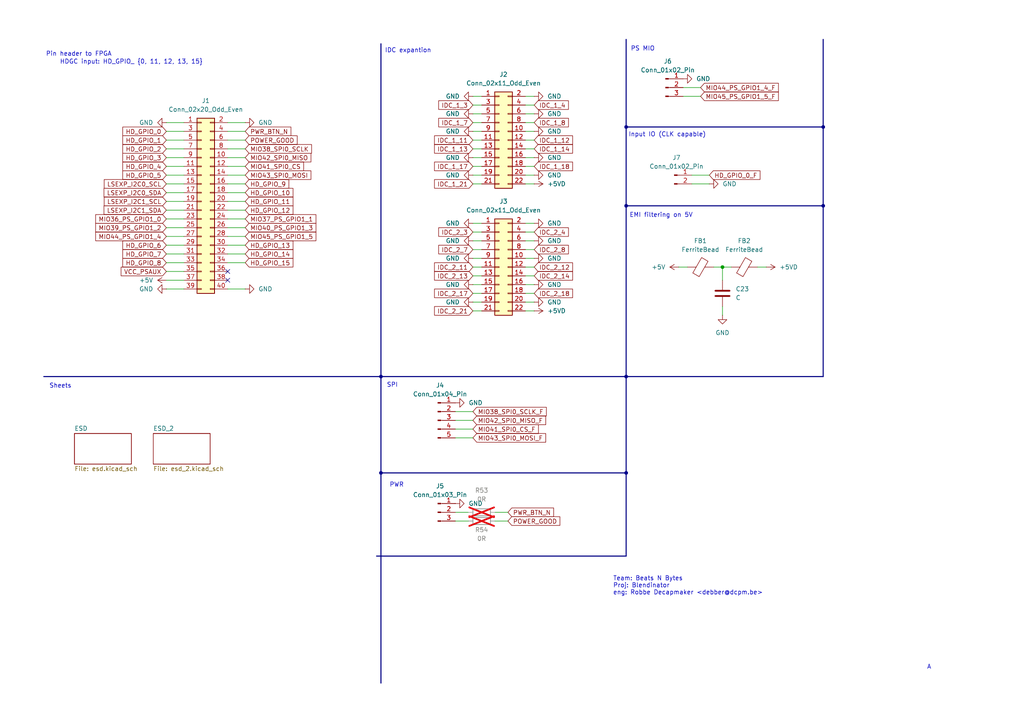
<source format=kicad_sch>
(kicad_sch (version 20231120) (generator "eeschema") (generator_version "8.0")
  (paper "A4")
  (lib_symbols
    (symbol "Connector:Conn_01x02_Pin" (pin_names (offset 1.016) hide)
      (property "Reference" "J" (at 0 2.54 0))
      (property "Value" "Conn_01x02_Pin" (at 0 -5.08 0))
      (symbol "Conn_01x02_Pin_1_1"
        (polyline (pts (xy 1.27 -2.54) (xy 0.8636 -2.54)) (stroke (width 0.1524)))
        (polyline (pts (xy 1.27 0) (xy 0.8636 0)) (stroke (width 0.1524)))
        (rectangle (start 0.8636 -2.413) (end 0 -2.667) (stroke (width 0.1524)) (fill (type outline)))
        (rectangle (start 0.8636 0.127) (end 0 -0.127) (stroke (width 0.1524)) (fill (type outline)))
        (pin passive line (at 5.08 0 180) (length 3.81) (name "Pin_1") (number "1"))
        (pin passive line (at 5.08 -2.54 180) (length 3.81) (name "Pin_2") (number "2"))
      )
    )
    (symbol "Connector:Conn_01x03_Pin" (pin_names (offset 1.016) hide)
      (property "Reference" "J" (at 0 5.08 0))
      (property "Value" "Conn_01x03_Pin" (at 0 -5.08 0))
      (symbol "Conn_01x03_Pin_1_1"
        (polyline (pts (xy 1.27 -2.54) (xy 0.8636 -2.54)) (stroke (width 0.1524)))
        (polyline (pts (xy 1.27 0) (xy 0.8636 0)) (stroke (width 0.1524)))
        (polyline (pts (xy 1.27 2.54) (xy 0.8636 2.54)) (stroke (width 0.1524)))
        (rectangle (start 0.8636 -2.413) (end 0 -2.667) (stroke (width 0.1524)) (fill (type outline)))
        (rectangle (start 0.8636 0.127) (end 0 -0.127) (stroke (width 0.1524)) (fill (type outline)))
        (rectangle (start 0.8636 2.667) (end 0 2.413) (stroke (width 0.1524)) (fill (type outline)))
        (pin passive line (at 5.08 2.54 180) (length 3.81) (name "Pin_1") (number "1"))
        (pin passive line (at 5.08 0 180) (length 3.81) (name "Pin_2") (number "2"))
        (pin passive line (at 5.08 -2.54 180) (length 3.81) (name "Pin_3") (number "3"))
      )
    )
    (symbol "Connector:Conn_01x05_Pin" (pin_names (offset 1.016) hide)
      (property "Reference" "J" (at 0 7.62 0))
      (property "Value" "Conn_01x05_Pin" (at 0 -7.62 0))
      (symbol "Conn_01x05_Pin_1_1"
        (polyline (pts (xy 1.27 -5.08) (xy 0.8636 -5.08)) (stroke (width 0.1524)))
        (polyline (pts (xy 1.27 -2.54) (xy 0.8636 -2.54)) (stroke (width 0.1524)))
        (polyline (pts (xy 1.27 0) (xy 0.8636 0)) (stroke (width 0.1524)))
        (polyline (pts (xy 1.27 2.54) (xy 0.8636 2.54)) (stroke (width 0.1524)))
        (polyline (pts (xy 1.27 5.08) (xy 0.8636 5.08)) (stroke (width 0.1524)))
        (rectangle (start 0.8636 -4.953) (end 0 -5.207) (stroke (width 0.1524)) (fill (type outline)))
        (rectangle (start 0.8636 -2.413) (end 0 -2.667) (stroke (width 0.1524)) (fill (type outline)))
        (rectangle (start 0.8636 0.127) (end 0 -0.127) (stroke (width 0.1524)) (fill (type outline)))
        (rectangle (start 0.8636 2.667) (end 0 2.413) (stroke (width 0.1524)) (fill (type outline)))
        (rectangle (start 0.8636 5.207) (end 0 4.953) (stroke (width 0.1524)) (fill (type outline)))
        (pin passive line (at 5.08 5.08 180) (length 3.81) (name "Pin_1") (number "1"))
        (pin passive line (at 5.08 2.54 180) (length 3.81) (name "Pin_2") (number "2"))
        (pin passive line (at 5.08 0 180) (length 3.81) (name "Pin_3") (number "3"))
        (pin passive line (at 5.08 -2.54 180) (length 3.81) (name "Pin_4") (number "4"))
        (pin passive line (at 5.08 -5.08 180) (length 3.81) (name "Pin_5") (number "5"))
      )
    )
    (symbol "Connector_Generic:Conn_02x11_Odd_Even" (pin_names (offset 1.016) hide)
      (property "Reference" "J" (at 1.27 15.24 0))
      (property "Value" "Conn_02x11_Odd_Even" (at 1.27 -15.24 0))
      (symbol "Conn_02x11_Odd_Even_1_1"
        (rectangle (start -1.27 -12.573) (end 0 -12.827) (stroke (width 0.1524)))
        (rectangle (start -1.27 -10.033) (end 0 -10.287) (stroke (width 0.1524)))
        (rectangle (start -1.27 -7.493) (end 0 -7.747) (stroke (width 0.1524)))
        (rectangle (start -1.27 -4.953) (end 0 -5.207) (stroke (width 0.1524)))
        (rectangle (start -1.27 -2.413) (end 0 -2.667) (stroke (width 0.1524)))
        (rectangle (start -1.27 0.127) (end 0 -0.127) (stroke (width 0.1524)))
        (rectangle (start -1.27 2.667) (end 0 2.413) (stroke (width 0.1524)))
        (rectangle (start -1.27 5.207) (end 0 4.953) (stroke (width 0.1524)))
        (rectangle (start -1.27 7.747) (end 0 7.493) (stroke (width 0.1524)))
        (rectangle (start -1.27 10.287) (end 0 10.033) (stroke (width 0.1524)))
        (rectangle (start -1.27 12.827) (end 0 12.573) (stroke (width 0.1524)))
        (rectangle (start -1.27 13.97) (end 3.81 -13.97) (stroke (width 0.254)) (fill (type background)))
        (rectangle (start 3.81 -12.573) (end 2.54 -12.827) (stroke (width 0.1524)))
        (rectangle (start 3.81 -10.033) (end 2.54 -10.287) (stroke (width 0.1524)))
        (rectangle (start 3.81 -7.493) (end 2.54 -7.747) (stroke (width 0.1524)))
        (rectangle (start 3.81 -4.953) (end 2.54 -5.207) (stroke (width 0.1524)))
        (rectangle (start 3.81 -2.413) (end 2.54 -2.667) (stroke (width 0.1524)))
        (rectangle (start 3.81 0.127) (end 2.54 -0.127) (stroke (width 0.1524)))
        (rectangle (start 3.81 2.667) (end 2.54 2.413) (stroke (width 0.1524)))
        (rectangle (start 3.81 5.207) (end 2.54 4.953) (stroke (width 0.1524)))
        (rectangle (start 3.81 7.747) (end 2.54 7.493) (stroke (width 0.1524)))
        (rectangle (start 3.81 10.287) (end 2.54 10.033) (stroke (width 0.1524)))
        (rectangle (start 3.81 12.827) (end 2.54 12.573) (stroke (width 0.1524)))
        (pin passive line (at -5.08 12.7 0) (length 3.81) (name "Pin_1") (number "1"))
        (pin passive line (at 7.62 2.54 180) (length 3.81) (name "Pin_10") (number "10"))
        (pin passive line (at -5.08 0 0) (length 3.81) (name "Pin_11") (number "11"))
        (pin passive line (at 7.62 0 180) (length 3.81) (name "Pin_12") (number "12"))
        (pin passive line (at -5.08 -2.54 0) (length 3.81) (name "Pin_13") (number "13"))
        (pin passive line (at 7.62 -2.54 180) (length 3.81) (name "Pin_14") (number "14"))
        (pin passive line (at -5.08 -5.08 0) (length 3.81) (name "Pin_15") (number "15"))
        (pin passive line (at 7.62 -5.08 180) (length 3.81) (name "Pin_16") (number "16"))
        (pin passive line (at -5.08 -7.62 0) (length 3.81) (name "Pin_17") (number "17"))
        (pin passive line (at 7.62 -7.62 180) (length 3.81) (name "Pin_18") (number "18"))
        (pin passive line (at -5.08 -10.16 0) (length 3.81) (name "Pin_19") (number "19"))
        (pin passive line (at 7.62 12.7 180) (length 3.81) (name "Pin_2") (number "2"))
        (pin passive line (at 7.62 -10.16 180) (length 3.81) (name "Pin_20") (number "20"))
        (pin passive line (at -5.08 -12.7 0) (length 3.81) (name "Pin_21") (number "21"))
        (pin passive line (at 7.62 -12.7 180) (length 3.81) (name "Pin_22") (number "22"))
        (pin passive line (at -5.08 10.16 0) (length 3.81) (name "Pin_3") (number "3"))
        (pin passive line (at 7.62 10.16 180) (length 3.81) (name "Pin_4") (number "4"))
        (pin passive line (at -5.08 7.62 0) (length 3.81) (name "Pin_5") (number "5"))
        (pin passive line (at 7.62 7.62 180) (length 3.81) (name "Pin_6") (number "6"))
        (pin passive line (at -5.08 5.08 0) (length 3.81) (name "Pin_7") (number "7"))
        (pin passive line (at 7.62 5.08 180) (length 3.81) (name "Pin_8") (number "8"))
        (pin passive line (at -5.08 2.54 0) (length 3.81) (name "Pin_9") (number "9"))
      )
    )
    (symbol "Connector_Generic:Conn_02x20_Odd_Even" (pin_names (offset 1.016) hide)
      (property "Reference" "J" (at 1.27 25.4 0))
      (property "Value" "Conn_02x20_Odd_Even" (at 1.27 -27.94 0))
      (symbol "Conn_02x20_Odd_Even_1_1"
        (rectangle (start -1.27 -25.273) (end 0 -25.527) (stroke (width 0.1524)))
        (rectangle (start -1.27 -22.733) (end 0 -22.987) (stroke (width 0.1524)))
        (rectangle (start -1.27 -20.193) (end 0 -20.447) (stroke (width 0.1524)))
        (rectangle (start -1.27 -17.653) (end 0 -17.907) (stroke (width 0.1524)))
        (rectangle (start -1.27 -15.113) (end 0 -15.367) (stroke (width 0.1524)))
        (rectangle (start -1.27 -12.573) (end 0 -12.827) (stroke (width 0.1524)))
        (rectangle (start -1.27 -10.033) (end 0 -10.287) (stroke (width 0.1524)))
        (rectangle (start -1.27 -7.493) (end 0 -7.747) (stroke (width 0.1524)))
        (rectangle (start -1.27 -4.953) (end 0 -5.207) (stroke (width 0.1524)))
        (rectangle (start -1.27 -2.413) (end 0 -2.667) (stroke (width 0.1524)))
        (rectangle (start -1.27 0.127) (end 0 -0.127) (stroke (width 0.1524)))
        (rectangle (start -1.27 2.667) (end 0 2.413) (stroke (width 0.1524)))
        (rectangle (start -1.27 5.207) (end 0 4.953) (stroke (width 0.1524)))
        (rectangle (start -1.27 7.747) (end 0 7.493) (stroke (width 0.1524)))
        (rectangle (start -1.27 10.287) (end 0 10.033) (stroke (width 0.1524)))
        (rectangle (start -1.27 12.827) (end 0 12.573) (stroke (width 0.1524)))
        (rectangle (start -1.27 15.367) (end 0 15.113) (stroke (width 0.1524)))
        (rectangle (start -1.27 17.907) (end 0 17.653) (stroke (width 0.1524)))
        (rectangle (start -1.27 20.447) (end 0 20.193) (stroke (width 0.1524)))
        (rectangle (start -1.27 22.987) (end 0 22.733) (stroke (width 0.1524)))
        (rectangle (start -1.27 24.13) (end 3.81 -26.67) (stroke (width 0.254)) (fill (type background)))
        (rectangle (start 3.81 -25.273) (end 2.54 -25.527) (stroke (width 0.1524)))
        (rectangle (start 3.81 -22.733) (end 2.54 -22.987) (stroke (width 0.1524)))
        (rectangle (start 3.81 -20.193) (end 2.54 -20.447) (stroke (width 0.1524)))
        (rectangle (start 3.81 -17.653) (end 2.54 -17.907) (stroke (width 0.1524)))
        (rectangle (start 3.81 -15.113) (end 2.54 -15.367) (stroke (width 0.1524)))
        (rectangle (start 3.81 -12.573) (end 2.54 -12.827) (stroke (width 0.1524)))
        (rectangle (start 3.81 -10.033) (end 2.54 -10.287) (stroke (width 0.1524)))
        (rectangle (start 3.81 -7.493) (end 2.54 -7.747) (stroke (width 0.1524)))
        (rectangle (start 3.81 -4.953) (end 2.54 -5.207) (stroke (width 0.1524)))
        (rectangle (start 3.81 -2.413) (end 2.54 -2.667) (stroke (width 0.1524)))
        (rectangle (start 3.81 0.127) (end 2.54 -0.127) (stroke (width 0.1524)))
        (rectangle (start 3.81 2.667) (end 2.54 2.413) (stroke (width 0.1524)))
        (rectangle (start 3.81 5.207) (end 2.54 4.953) (stroke (width 0.1524)))
        (rectangle (start 3.81 7.747) (end 2.54 7.493) (stroke (width 0.1524)))
        (rectangle (start 3.81 10.287) (end 2.54 10.033) (stroke (width 0.1524)))
        (rectangle (start 3.81 12.827) (end 2.54 12.573) (stroke (width 0.1524)))
        (rectangle (start 3.81 15.367) (end 2.54 15.113) (stroke (width 0.1524)))
        (rectangle (start 3.81 17.907) (end 2.54 17.653) (stroke (width 0.1524)))
        (rectangle (start 3.81 20.447) (end 2.54 20.193) (stroke (width 0.1524)))
        (rectangle (start 3.81 22.987) (end 2.54 22.733) (stroke (width 0.1524)))
        (pin passive line (at -5.08 22.86 0) (length 3.81) (name "Pin_1") (number "1"))
        (pin passive line (at 7.62 12.7 180) (length 3.81) (name "Pin_10") (number "10"))
        (pin passive line (at -5.08 10.16 0) (length 3.81) (name "Pin_11") (number "11"))
        (pin passive line (at 7.62 10.16 180) (length 3.81) (name "Pin_12") (number "12"))
        (pin passive line (at -5.08 7.62 0) (length 3.81) (name "Pin_13") (number "13"))
        (pin passive line (at 7.62 7.62 180) (length 3.81) (name "Pin_14") (number "14"))
        (pin passive line (at -5.08 5.08 0) (length 3.81) (name "Pin_15") (number "15"))
        (pin passive line (at 7.62 5.08 180) (length 3.81) (name "Pin_16") (number "16"))
        (pin passive line (at -5.08 2.54 0) (length 3.81) (name "Pin_17") (number "17"))
        (pin passive line (at 7.62 2.54 180) (length 3.81) (name "Pin_18") (number "18"))
        (pin passive line (at -5.08 0 0) (length 3.81) (name "Pin_19") (number "19"))
        (pin passive line (at 7.62 22.86 180) (length 3.81) (name "Pin_2") (number "2"))
        (pin passive line (at 7.62 0 180) (length 3.81) (name "Pin_20") (number "20"))
        (pin passive line (at -5.08 -2.54 0) (length 3.81) (name "Pin_21") (number "21"))
        (pin passive line (at 7.62 -2.54 180) (length 3.81) (name "Pin_22") (number "22"))
        (pin passive line (at -5.08 -5.08 0) (length 3.81) (name "Pin_23") (number "23"))
        (pin passive line (at 7.62 -5.08 180) (length 3.81) (name "Pin_24") (number "24"))
        (pin passive line (at -5.08 -7.62 0) (length 3.81) (name "Pin_25") (number "25"))
        (pin passive line (at 7.62 -7.62 180) (length 3.81) (name "Pin_26") (number "26"))
        (pin passive line (at -5.08 -10.16 0) (length 3.81) (name "Pin_27") (number "27"))
        (pin passive line (at 7.62 -10.16 180) (length 3.81) (name "Pin_28") (number "28"))
        (pin passive line (at -5.08 -12.7 0) (length 3.81) (name "Pin_29") (number "29"))
        (pin passive line (at -5.08 20.32 0) (length 3.81) (name "Pin_3") (number "3"))
        (pin passive line (at 7.62 -12.7 180) (length 3.81) (name "Pin_30") (number "30"))
        (pin passive line (at -5.08 -15.24 0) (length 3.81) (name "Pin_31") (number "31"))
        (pin passive line (at 7.62 -15.24 180) (length 3.81) (name "Pin_32") (number "32"))
        (pin passive line (at -5.08 -17.78 0) (length 3.81) (name "Pin_33") (number "33"))
        (pin passive line (at 7.62 -17.78 180) (length 3.81) (name "Pin_34") (number "34"))
        (pin passive line (at -5.08 -20.32 0) (length 3.81) (name "Pin_35") (number "35"))
        (pin passive line (at 7.62 -20.32 180) (length 3.81) (name "Pin_36") (number "36"))
        (pin passive line (at -5.08 -22.86 0) (length 3.81) (name "Pin_37") (number "37"))
        (pin passive line (at 7.62 -22.86 180) (length 3.81) (name "Pin_38") (number "38"))
        (pin passive line (at -5.08 -25.4 0) (length 3.81) (name "Pin_39") (number "39"))
        (pin passive line (at 7.62 20.32 180) (length 3.81) (name "Pin_4") (number "4"))
        (pin passive line (at 7.62 -25.4 180) (length 3.81) (name "Pin_40") (number "40"))
        (pin passive line (at -5.08 17.78 0) (length 3.81) (name "Pin_5") (number "5"))
        (pin passive line (at 7.62 17.78 180) (length 3.81) (name "Pin_6") (number "6"))
        (pin passive line (at -5.08 15.24 0) (length 3.81) (name "Pin_7") (number "7"))
        (pin passive line (at 7.62 15.24 180) (length 3.81) (name "Pin_8") (number "8"))
        (pin passive line (at -5.08 12.7 0) (length 3.81) (name "Pin_9") (number "9"))
      )
    )
    (symbol "Device:C" (pin_numbers hide) (pin_names (offset 0.254))
      (property "Reference" "C" (at 0.635 2.54 0))
      (property "Value" "C" (at 0.635 -2.54 0))
      (symbol "C_0_1"
        (polyline (pts (xy -2.032 -0.762) (xy 2.032 -0.762)) (stroke (width 0.508)))
        (polyline (pts (xy -2.032 0.762) (xy 2.032 0.762)) (stroke (width 0.508)))
      )
      (symbol "C_1_1"
        (pin passive line (at 0 3.81 270) (length 2.794) (name "~") (number "1"))
        (pin passive line (at 0 -3.81 90) (length 2.794) (name "~") (number "2"))
      )
    )
    (symbol "Device:FerriteBead" (pin_numbers hide) (pin_names (offset 0))
      (property "Reference" "FB" (at -3.81 0.635 90))
      (property "Value" "FerriteBead" (at 3.81 0 90))
      (symbol "FerriteBead_0_1"
        (polyline (pts (xy 0 -1.27) (xy 0 -1.2192)))
        (polyline (pts (xy 0 1.27) (xy 0 1.2954)))
        (polyline (pts (xy -2.7686 0.4064) (xy -1.7018 2.2606) (xy 2.7686 -0.3048) (xy 1.6764 -2.159) (xy -2.7686 0.4064)))
      )
      (symbol "FerriteBead_1_1"
        (pin passive line (at 0 3.81 270) (length 2.54) (name "~") (number "1"))
        (pin passive line (at 0 -3.81 90) (length 2.54) (name "~") (number "2"))
      )
    )
    (symbol "Device:R" (pin_numbers hide) (pin_names (offset 0))
      (property "Reference" "R" (at 2.032 0 90))
      (property "Value" "R" (at 0 0 90))
      (symbol "R_0_1"
        (rectangle (start -1.016 -2.54) (end 1.016 2.54) (stroke (width 0.254)))
      )
      (symbol "R_1_1"
        (pin passive line (at 0 3.81 270) (length 1.27) (name "~") (number "1"))
        (pin passive line (at 0 -3.81 90) (length 1.27) (name "~") (number "2"))
      )
    )
    (symbol "power:+5V" (power) (pin_numbers hide) (pin_names (offset 0) hide)
      (property "Value" "+5V" (at 0 3.556 0))
      (symbol "+5V_0_1"
        (polyline (pts (xy -0.762 1.27) (xy 0 2.54)))
        (polyline (pts (xy 0 0) (xy 0 2.54)))
        (polyline (pts (xy 0 2.54) (xy 0.762 1.27)))
      )
      (symbol "+5V_1_1"
        (pin power_in line (at 0 0 90) (length 0) (name "~") (number "1"))
      )
    )
    (symbol "power:+5VD" (power) (pin_numbers hide) (pin_names (offset 0) hide)
      (property "Value" "+5VD" (at 0 3.556 0))
      (symbol "+5VD_0_1"
        (polyline (pts (xy -0.762 1.27) (xy 0 2.54)))
        (polyline (pts (xy 0 0) (xy 0 2.54)))
        (polyline (pts (xy 0 2.54) (xy 0.762 1.27)))
      )
      (symbol "+5VD_1_1"
        (pin power_in line (at 0 0 90) (length 0) (name "~") (number "1"))
      )
    )
    (symbol "power:GND" (power) (pin_numbers hide) (pin_names (offset 0) hide)
      (property "Value" "GND" (at 0 -3.81 0))
      (symbol "GND_0_1"
        (polyline (pts (xy 0 0) (xy 0 -1.27) (xy 1.27 -1.27) (xy 0 -2.54) (xy -1.27 -1.27) (xy 0 -1.27)))
      )
      (symbol "GND_1_1"
        (pin power_in line (at 0 0 270) (length 0) (name "~") (number "1"))
      )
    )
  )
  (junction (at 181.61 36.83))
  (junction (at 110.49 137.16))
  (junction (at 181.61 59.69))
  (junction (at 238.76 59.69))
  (junction (at 209.55 77.47))
  (junction (at 181.61 109.22))
  (junction (at 238.76 36.83))
  (junction (at 181.61 137.16))
  (junction (at 110.49 109.22))
  (no_connect (at 66.04 78.74))
  (no_connect (at 66.04 81.28))
  (wire (pts (xy 48.26 81.28) (xy 53.34 81.28)))
  (bus (pts (xy 181.61 36.83) (xy 181.61 59.69)))
  (wire (pts (xy 137.16 40.64) (xy 139.7 40.64)))
  (wire (pts (xy 132.08 151.13) (xy 135.89 151.13)))
  (wire (pts (xy 48.26 48.26) (xy 53.34 48.26)))
  (wire (pts (xy 152.4 38.1) (xy 154.94 38.1)))
  (wire (pts (xy 48.26 58.42) (xy 53.34 58.42)))
  (wire (pts (xy 143.51 148.59) (xy 147.32 148.59)))
  (bus (pts (xy 181.61 36.83) (xy 238.76 36.83)))
  (wire (pts (xy 137.16 53.34) (xy 139.7 53.34)))
  (wire (pts (xy 200.66 53.34) (xy 205.74 53.34)))
  (wire (pts (xy 152.4 87.63) (xy 154.94 87.63)))
  (wire (pts (xy 152.4 69.85) (xy 154.94 69.85)))
  (wire (pts (xy 66.04 66.04) (xy 71.12 66.04)))
  (wire (pts (xy 143.51 151.13) (xy 147.32 151.13)))
  (bus (pts (xy 12.7 109.22) (xy 110.49 109.22)))
  (wire (pts (xy 66.04 40.64) (xy 71.12 40.64)))
  (wire (pts (xy 137.16 50.8) (xy 139.7 50.8)))
  (wire (pts (xy 48.26 73.66) (xy 53.34 73.66)))
  (wire (pts (xy 152.4 48.26) (xy 154.94 48.26)))
  (wire (pts (xy 152.4 53.34) (xy 154.94 53.34)))
  (wire (pts (xy 48.26 53.34) (xy 53.34 53.34)))
  (wire (pts (xy 53.34 35.56) (xy 48.26 35.56)))
  (wire (pts (xy 48.26 71.12) (xy 53.34 71.12)))
  (wire (pts (xy 66.04 43.18) (xy 71.12 43.18)))
  (bus (pts (xy 238.76 109.22) (xy 238.76 59.69)))
  (wire (pts (xy 66.04 71.12) (xy 71.12 71.12)))
  (wire (pts (xy 48.26 55.88) (xy 53.34 55.88)))
  (bus (pts (xy 238.76 11.43) (xy 238.76 36.83)))
  (bus (pts (xy 181.61 161.29) (xy 181.61 137.16)))
  (wire (pts (xy 200.66 50.8) (xy 205.74 50.8)))
  (wire (pts (xy 66.04 58.42) (xy 71.12 58.42)))
  (wire (pts (xy 48.26 43.18) (xy 53.34 43.18)))
  (wire (pts (xy 152.4 35.56) (xy 154.94 35.56)))
  (wire (pts (xy 152.4 77.47) (xy 154.94 77.47)))
  (wire (pts (xy 48.26 68.58) (xy 53.34 68.58)))
  (wire (pts (xy 137.16 72.39) (xy 139.7 72.39)))
  (wire (pts (xy 152.4 90.17) (xy 154.94 90.17)))
  (wire (pts (xy 152.4 33.02) (xy 154.94 33.02)))
  (wire (pts (xy 132.08 121.92) (xy 137.16 121.92)))
  (wire (pts (xy 48.26 40.64) (xy 53.34 40.64)))
  (bus (pts (xy 110.49 109.22) (xy 110.49 137.16)))
  (wire (pts (xy 152.4 67.31) (xy 154.94 67.31)))
  (bus (pts (xy 110.49 12.7) (xy 110.49 109.22)))
  (wire (pts (xy 66.04 60.96) (xy 71.12 60.96)))
  (wire (pts (xy 137.16 38.1) (xy 139.7 38.1)))
  (wire (pts (xy 137.16 43.18) (xy 139.7 43.18)))
  (wire (pts (xy 48.26 60.96) (xy 53.34 60.96)))
  (wire (pts (xy 48.26 38.1) (xy 53.34 38.1)))
  (wire (pts (xy 66.04 68.58) (xy 71.12 68.58)))
  (wire (pts (xy 66.04 63.5) (xy 71.12 63.5)))
  (wire (pts (xy 152.4 43.18) (xy 154.94 43.18)))
  (wire (pts (xy 209.55 77.47) (xy 212.09 77.47)))
  (wire (pts (xy 137.16 74.93) (xy 139.7 74.93)))
  (wire (pts (xy 152.4 82.55) (xy 154.94 82.55)))
  (wire (pts (xy 66.04 73.66) (xy 71.12 73.66)))
  (wire (pts (xy 48.26 78.74) (xy 53.34 78.74)))
  (wire (pts (xy 48.26 63.5) (xy 53.34 63.5)))
  (wire (pts (xy 66.04 35.56) (xy 71.12 35.56)))
  (wire (pts (xy 137.16 45.72) (xy 139.7 45.72)))
  (wire (pts (xy 152.4 64.77) (xy 154.94 64.77)))
  (bus (pts (xy 110.49 109.22) (xy 181.61 109.22)))
  (wire (pts (xy 137.16 77.47) (xy 139.7 77.47)))
  (wire (pts (xy 132.08 127) (xy 137.16 127)))
  (wire (pts (xy 209.55 77.47) (xy 209.55 81.28)))
  (wire (pts (xy 137.16 82.55) (xy 139.7 82.55)))
  (wire (pts (xy 152.4 72.39) (xy 154.94 72.39)))
  (wire (pts (xy 196.85 77.47) (xy 199.39 77.47)))
  (wire (pts (xy 66.04 53.34) (xy 71.12 53.34)))
  (wire (pts (xy 48.26 66.04) (xy 53.34 66.04)))
  (wire (pts (xy 48.26 76.2) (xy 53.34 76.2)))
  (wire (pts (xy 209.55 88.9) (xy 209.55 91.44)))
  (wire (pts (xy 53.34 83.82) (xy 48.26 83.82)))
  (bus (pts (xy 238.76 59.69) (xy 181.61 59.69)))
  (wire (pts (xy 66.04 55.88) (xy 71.12 55.88)))
  (wire (pts (xy 137.16 33.02) (xy 139.7 33.02)))
  (wire (pts (xy 219.71 77.47) (xy 222.25 77.47)))
  (wire (pts (xy 66.04 76.2) (xy 71.12 76.2)))
  (wire (pts (xy 132.08 124.46) (xy 137.16 124.46)))
  (bus (pts (xy 109.22 161.29) (xy 181.61 161.29)))
  (wire (pts (xy 152.4 74.93) (xy 154.94 74.93)))
  (wire (pts (xy 137.16 48.26) (xy 139.7 48.26)))
  (bus (pts (xy 181.61 11.43) (xy 181.61 36.83)))
  (wire (pts (xy 137.16 69.85) (xy 139.7 69.85)))
  (wire (pts (xy 198.12 27.94) (xy 203.2 27.94)))
  (wire (pts (xy 137.16 35.56) (xy 139.7 35.56)))
  (wire (pts (xy 152.4 45.72) (xy 154.94 45.72)))
  (wire (pts (xy 137.16 80.01) (xy 139.7 80.01)))
  (wire (pts (xy 137.16 87.63) (xy 139.7 87.63)))
  (wire (pts (xy 137.16 67.31) (xy 139.7 67.31)))
  (wire (pts (xy 137.16 27.94) (xy 139.7 27.94)))
  (wire (pts (xy 48.26 50.8) (xy 53.34 50.8)))
  (wire (pts (xy 132.08 119.38) (xy 137.16 119.38)))
  (bus (pts (xy 181.61 109.22) (xy 238.76 109.22)))
  (wire (pts (xy 132.08 148.59) (xy 135.89 148.59)))
  (wire (pts (xy 66.04 38.1) (xy 71.12 38.1)))
  (wire (pts (xy 152.4 40.64) (xy 154.94 40.64)))
  (wire (pts (xy 152.4 50.8) (xy 154.94 50.8)))
  (bus (pts (xy 181.61 109.22) (xy 181.61 137.16)))
  (wire (pts (xy 137.16 85.09) (xy 139.7 85.09)))
  (bus (pts (xy 181.61 59.69) (xy 181.61 109.22)))
  (wire (pts (xy 137.16 30.48) (xy 139.7 30.48)))
  (wire (pts (xy 48.26 45.72) (xy 53.34 45.72)))
  (wire (pts (xy 152.4 27.94) (xy 154.94 27.94)))
  (wire (pts (xy 66.04 48.26) (xy 71.12 48.26)))
  (wire (pts (xy 66.04 50.8) (xy 71.12 50.8)))
  (wire (pts (xy 198.12 25.4) (xy 203.2 25.4)))
  (wire (pts (xy 66.04 83.82) (xy 71.12 83.82)))
  (wire (pts (xy 152.4 85.09) (xy 154.94 85.09)))
  (wire (pts (xy 137.16 90.17) (xy 139.7 90.17)))
  (wire (pts (xy 66.04 45.72) (xy 71.12 45.72)))
  (wire (pts (xy 152.4 80.01) (xy 154.94 80.01)))
  (wire (pts (xy 207.01 77.47) (xy 209.55 77.47)))
  (bus (pts (xy 181.61 137.16) (xy 110.49 137.16)))
  (wire (pts (xy 137.16 64.77) (xy 139.7 64.77)))
  (bus (pts (xy 110.49 137.16) (xy 110.49 198.12)))
  (bus (pts (xy 238.76 36.83) (xy 238.76 59.69)))
  (wire (pts (xy 152.4 30.48) (xy 154.94 30.48)))
  (text "Team: Beats N Bytes\nProj: Blendinator\neng: Robbe Decapmaker <debber@dcpm.be>" (at 177.8 169.926 0) (effects (font (size 1.27 1.27)) (justify left)))
  (text "Input IO (CLK capable)" (at 193.548 39.116 0) (effects (font (size 1.27 1.27))))
  (text "EMI filtering on 5V" (at 191.77 62.484 0) (effects (font (size 1.27 1.27))))
  (text "Sheets" (at 17.526 112.014 0) (effects (font (size 1.27 1.27))))
  (text "A" (at 269.494 193.548 0) (effects (font (size 1.27 1.27))))
  (text "HDGC input: HD_GPIO_ {0, 11, 12, 13, 15}\n" (at 38.1 18.034 0) (effects (font (size 1.27 1.27))))
  (text "PS MIO" (at 186.436 14.224 0) (effects (font (size 1.27 1.27))))
  (text "IDC expantion" (at 118.364 14.732 0) (effects (font (size 1.27 1.27))))
  (text "PWR" (at 115.062 140.716 0) (effects (font (size 1.27 1.27))))
  (text "Pin header to FPGA" (at 22.86 15.748 0) (effects (font (size 1.27 1.27))))
  (text "SPI" (at 113.792 111.76 0) (effects (font (size 1.27 1.27))))
  (global_label "MIO43_SPI0_MOSI_F" (shape input) (at 137.16 127 0) (property "Intersheetrefs" "${INTERSHEET_REFS}" (effects (hide yes))))
  (global_label "HD_GPIO_5" (shape input) (at 48.26 50.8 180) (property "Intersheetrefs" "${INTERSHEET_REFS}" (effects (hide yes))))
  (global_label "IDC_1_8" (shape input) (at 154.94 35.56 0) (property "Intersheetrefs" "${INTERSHEET_REFS}" (effects (hide yes))))
  (global_label "IDC_1_12" (shape input) (at 154.94 40.64 0) (property "Intersheetrefs" "${INTERSHEET_REFS}" (effects (hide yes))))
  (global_label "IDC_2_11" (shape input) (at 137.16 77.47 180) (property "Intersheetrefs" "${INTERSHEET_REFS}" (effects (hide yes))))
  (global_label "HD_GPIO_15" (shape input) (at 71.12 76.2 0) (property "Intersheetrefs" "${INTERSHEET_REFS}" (effects (hide yes))))
  (global_label "MIO45_PS_GPIO1_5_F" (shape input) (at 203.2 27.94 0) (property "Intersheetrefs" "${INTERSHEET_REFS}" (effects (hide yes))))
  (global_label "IDC_1_13" (shape input) (at 137.16 43.18 180) (property "Intersheetrefs" "${INTERSHEET_REFS}" (effects (hide yes))))
  (global_label "MIO41_SPI0_CS_F" (shape input) (at 137.16 124.46 0) (property "Intersheetrefs" "${INTERSHEET_REFS}" (effects (hide yes))))
  (global_label "MIO39_PS_GPIO1_2" (shape input) (at 48.26 66.04 180) (property "Intersheetrefs" "${INTERSHEET_REFS}" (effects (hide yes))))
  (global_label "MIO43_SPI0_MOSI" (shape input) (at 71.12 50.8 0) (property "Intersheetrefs" "${INTERSHEET_REFS}" (effects (hide yes))))
  (global_label "IDC_1_17" (shape input) (at 137.16 48.26 180) (property "Intersheetrefs" "${INTERSHEET_REFS}" (effects (hide yes))))
  (global_label "IDC_2_14" (shape input) (at 154.94 80.01 0) (property "Intersheetrefs" "${INTERSHEET_REFS}" (effects (hide yes))))
  (global_label "PWR_BTN_N" (shape input) (at 147.32 148.59 0) (property "Intersheetrefs" "${INTERSHEET_REFS}" (effects (hide yes))))
  (global_label "IDC_2_8" (shape input) (at 154.94 72.39 0) (property "Intersheetrefs" "${INTERSHEET_REFS}" (effects (hide yes))))
  (global_label "IDC_2_3" (shape input) (at 137.16 67.31 180) (property "Intersheetrefs" "${INTERSHEET_REFS}" (effects (hide yes))))
  (global_label "IDC_1_21" (shape input) (at 137.16 53.34 180) (property "Intersheetrefs" "${INTERSHEET_REFS}" (effects (hide yes))))
  (global_label "HD_GPIO_0_F" (shape input) (at 205.74 50.8 0) (property "Intersheetrefs" "${INTERSHEET_REFS}" (effects (hide yes))))
  (global_label "LSEXP_I2C1_SDA" (shape input) (at 48.26 60.96 180) (property "Intersheetrefs" "${INTERSHEET_REFS}" (effects (hide yes))))
  (global_label "HD_GPIO_9" (shape input) (at 71.12 53.34 0) (property "Intersheetrefs" "${INTERSHEET_REFS}" (effects (hide yes))))
  (global_label "MIO42_SPI0_MISO" (shape input) (at 71.12 45.72 0) (property "Intersheetrefs" "${INTERSHEET_REFS}" (effects (hide yes))))
  (global_label "HD_GPIO_13" (shape input) (at 71.12 71.12 0) (property "Intersheetrefs" "${INTERSHEET_REFS}" (effects (hide yes))))
  (global_label "MIO44_PS_GPIO1_4" (shape input) (at 48.26 68.58 180) (property "Intersheetrefs" "${INTERSHEET_REFS}" (effects (hide yes))))
  (global_label "MIO42_SPI0_MISO_F" (shape input) (at 137.16 121.92 0) (property "Intersheetrefs" "${INTERSHEET_REFS}" (effects (hide yes))))
  (global_label "IDC_2_12" (shape input) (at 154.94 77.47 0) (property "Intersheetrefs" "${INTERSHEET_REFS}" (effects (hide yes))))
  (global_label "MIO38_SPI0_SCLK" (shape input) (at 71.12 43.18 0) (property "Intersheetrefs" "${INTERSHEET_REFS}" (effects (hide yes))))
  (global_label "HD_GPIO_10" (shape input) (at 71.12 55.88 0) (property "Intersheetrefs" "${INTERSHEET_REFS}" (effects (hide yes))))
  (global_label "IDC_1_3" (shape input) (at 137.16 30.48 180) (property "Intersheetrefs" "${INTERSHEET_REFS}" (effects (hide yes))))
  (global_label "IDC_1_18" (shape input) (at 154.94 48.26 0) (property "Intersheetrefs" "${INTERSHEET_REFS}" (effects (hide yes))))
  (global_label "IDC_2_4" (shape input) (at 154.94 67.31 0) (property "Intersheetrefs" "${INTERSHEET_REFS}" (effects (hide yes))))
  (global_label "MIO44_PS_GPIO1_4_F" (shape input) (at 203.2 25.4 0) (property "Intersheetrefs" "${INTERSHEET_REFS}" (effects (hide yes))))
  (global_label "MIO45_PS_GPIO1_5" (shape input) (at 71.12 68.58 0) (property "Intersheetrefs" "${INTERSHEET_REFS}" (effects (hide yes))))
  (global_label "IDC_1_7" (shape input) (at 137.16 35.56 180) (property "Intersheetrefs" "${INTERSHEET_REFS}" (effects (hide yes))))
  (global_label "HD_GPIO_14" (shape input) (at 71.12 73.66 0) (property "Intersheetrefs" "${INTERSHEET_REFS}" (effects (hide yes))))
  (global_label "PWR_BTN_N" (shape input) (at 71.12 38.1 0) (property "Intersheetrefs" "${INTERSHEET_REFS}" (effects (hide yes))))
  (global_label "MIO40_PS_GPIO1_3" (shape input) (at 71.12 66.04 0) (property "Intersheetrefs" "${INTERSHEET_REFS}" (effects (hide yes))))
  (global_label "MIO36_PS_GPIO1_0" (shape input) (at 48.26 63.5 180) (property "Intersheetrefs" "${INTERSHEET_REFS}" (effects (hide yes))))
  (global_label "MIO41_SPI0_CS" (shape input) (at 71.12 48.26 0) (property "Intersheetrefs" "${INTERSHEET_REFS}" (effects (hide yes))))
  (global_label "MIO37_PS_GPIO1_1" (shape input) (at 71.12 63.5 0) (property "Intersheetrefs" "${INTERSHEET_REFS}" (effects (hide yes))))
  (global_label "IDC_1_4" (shape input) (at 154.94 30.48 0) (property "Intersheetrefs" "${INTERSHEET_REFS}" (effects (hide yes))))
  (global_label "HD_GPIO_6" (shape input) (at 48.26 71.12 180) (property "Intersheetrefs" "${INTERSHEET_REFS}" (effects (hide yes))))
  (global_label "POWER_GOOD" (shape input) (at 147.32 151.13 0) (property "Intersheetrefs" "${INTERSHEET_REFS}" (effects (hide yes))))
  (global_label "IDC_1_11" (shape input) (at 137.16 40.64 180) (property "Intersheetrefs" "${INTERSHEET_REFS}" (effects (hide yes))))
  (global_label "HD_GPIO_8" (shape input) (at 48.26 76.2 180) (property "Intersheetrefs" "${INTERSHEET_REFS}" (effects (hide yes))))
  (global_label "LSEXP_I2C1_SCL" (shape input) (at 48.26 58.42 180) (property "Intersheetrefs" "${INTERSHEET_REFS}" (effects (hide yes))))
  (global_label "HD_GPIO_7" (shape input) (at 48.26 73.66 180) (property "Intersheetrefs" "${INTERSHEET_REFS}" (effects (hide yes))))
  (global_label "HD_GPIO_0" (shape input) (at 48.26 38.1 180) (property "Intersheetrefs" "${INTERSHEET_REFS}" (effects (hide yes))))
  (global_label "IDC_2_21" (shape input) (at 137.16 90.17 180) (property "Intersheetrefs" "${INTERSHEET_REFS}" (effects (hide yes))))
  (global_label "HD_GPIO_1" (shape input) (at 48.26 40.64 180) (property "Intersheetrefs" "${INTERSHEET_REFS}" (effects (hide yes))))
  (global_label "HD_GPIO_12" (shape input) (at 71.12 60.96 0) (property "Intersheetrefs" "${INTERSHEET_REFS}" (effects (hide yes))))
  (global_label "VCC_PSAUX" (shape input) (at 48.26 78.74 180) (property "Intersheetrefs" "${INTERSHEET_REFS}" (effects (hide yes))))
  (global_label "IDC_1_14" (shape input) (at 154.94 43.18 0) (property "Intersheetrefs" "${INTERSHEET_REFS}" (effects (hide yes))))
  (global_label "MIO38_SPI0_SCLK_F" (shape input) (at 137.16 119.38 0) (property "Intersheetrefs" "${INTERSHEET_REFS}" (effects (hide yes))))
  (global_label "POWER_GOOD" (shape input) (at 71.12 40.64 0) (property "Intersheetrefs" "${INTERSHEET_REFS}" (effects (hide yes))))
  (global_label "IDC_2_13" (shape input) (at 137.16 80.01 180) (property "Intersheetrefs" "${INTERSHEET_REFS}" (effects (hide yes))))
  (global_label "LSEXP_I2C0_SCL" (shape input) (at 48.26 53.34 180) (property "Intersheetrefs" "${INTERSHEET_REFS}" (effects (hide yes))))
  (global_label "HD_GPIO_3" (shape input) (at 48.26 45.72 180) (property "Intersheetrefs" "${INTERSHEET_REFS}" (effects (hide yes))))
  (global_label "HD_GPIO_11" (shape input) (at 71.12 58.42 0) (property "Intersheetrefs" "${INTERSHEET_REFS}" (effects (hide yes))))
  (global_label "LSEXP_I2C0_SDA" (shape input) (at 48.26 55.88 180) (property "Intersheetrefs" "${INTERSHEET_REFS}" (effects (hide yes))))
  (global_label "HD_GPIO_4" (shape input) (at 48.26 48.26 180) (property "Intersheetrefs" "${INTERSHEET_REFS}" (effects (hide yes))))
  (global_label "IDC_2_7" (shape input) (at 137.16 72.39 180) (property "Intersheetrefs" "${INTERSHEET_REFS}" (effects (hide yes))))
  (global_label "HD_GPIO_2" (shape input) (at 48.26 43.18 180) (property "Intersheetrefs" "${INTERSHEET_REFS}" (effects (hide yes))))
  (global_label "IDC_2_17" (shape input) (at 137.16 85.09 180) (property "Intersheetrefs" "${INTERSHEET_REFS}" (effects (hide yes))))
  (global_label "IDC_2_18" (shape input) (at 154.94 85.09 0) (property "Intersheetrefs" "${INTERSHEET_REFS}" (effects (hide yes))))
  (symbol (lib_id "power:GND") (at 154.94 74.93 90) (unit 1)
    (property "Reference" "#PWR034" (effects (hide yes)))
    (property "Value" "GND" (at 158.75 74.9299 90) (effects (justify right)))
    (property "Description" "Power symbol creates a global label with name \"GND\" , ground" (effects (hide yes)))
  )
  (symbol (lib_id "Device:R") (at 139.7 151.13 90) (unit 1) (dnp yes)
    (property "Reference" "R54" (at 139.7 153.67 90))
    (property "Value" "0R" (at 139.7 156.21 90))
    (property "Footprint" "Resistor_SMD:R_0805_2012Metric_Pad1.20x1.40mm_HandSolder" (effects (hide yes)))
    (property "Description" "Resistor" (effects (hide yes)))
  )
  (symbol (lib_id "power:GND") (at 137.16 33.02 270) (unit 1)
    (property "Reference" "#PWR09" (effects (hide yes)))
    (property "Value" "GND" (at 133.35 33.0199 90) (effects (justify right)))
    (property "Description" "Power symbol creates a global label with name \"GND\" , ground" (effects (hide yes)))
  )
  (symbol (lib_id "Connector_Generic:Conn_02x11_Odd_Even") (at 144.78 77.47 0) (unit 1)
    (property "Reference" "J3" (at 146.05 58.42 0))
    (property "Value" "Conn_02x11_Odd_Even" (at 146.05 60.96 0))
    (property "Footprint" "Connector_IDC:IDC-Header_2x11_P2.54mm_Vertical" (effects (hide yes)))
    (property "Description" "Generic connector, double row, 02x11, odd/even pin numbering scheme (row 1 odd numbers, row 2 even numbers), script generated (kicad-library-utils/schlib/autogen/connector/)" (effects (hide yes)))
  )
  (symbol (lib_id "power:GND") (at 154.94 69.85 90) (unit 1)
    (property "Reference" "#PWR033" (effects (hide yes)))
    (property "Value" "GND" (at 158.75 69.8499 90) (effects (justify right)))
    (property "Description" "Power symbol creates a global label with name \"GND\" , ground" (effects (hide yes)))
  )
  (symbol (lib_id "power:GND") (at 205.74 53.34 90) (unit 1)
    (property "Reference" "#PWR050" (effects (hide yes)))
    (property "Value" "GND" (at 209.55 53.3399 90) (effects (justify right)))
    (property "Description" "Power symbol creates a global label with name \"GND\" , ground" (effects (hide yes)))
  )
  (symbol (lib_id "Connector:Conn_01x03_Pin") (at 127 148.59 0) (unit 1)
    (property "Reference" "J5" (at 127.635 140.97 0))
    (property "Value" "Conn_01x03_Pin" (at 127.635 143.51 0))
    (property "Footprint" "Connector_PinHeader_2.54mm:PinHeader_1x03_P2.54mm_Vertical" (effects (hide yes)))
    (property "Description" "Generic connector, single row, 01x03, script generated" (effects (hide yes)))
  )
  (symbol (lib_id "power:GND") (at 209.55 91.44 0) (unit 1)
    (property "Reference" "#PWR052" (effects (hide yes)))
    (property "Value" "GND" (at 209.55 96.52 0))
    (property "Description" "Power symbol creates a global label with name \"GND\" , ground" (effects (hide yes)))
  )
  (symbol (lib_id "power:GND") (at 154.94 82.55 90) (unit 1)
    (property "Reference" "#PWR035" (effects (hide yes)))
    (property "Value" "GND" (at 158.75 82.5499 90) (effects (justify right)))
    (property "Description" "Power symbol creates a global label with name \"GND\" , ground" (effects (hide yes)))
  )
  (symbol (lib_id "Connector_Generic:Conn_02x20_Odd_Even") (at 58.42 58.42 0) (unit 1)
    (property "Reference" "J1" (at 59.69 29.21 0))
    (property "Value" "Conn_02x20_Odd_Even" (at 59.69 31.75 0))
    (property "Footprint" "Connector_PinHeader_2.00mm:PinHeader_2x20_P2.00mm_Vertical" (effects (hide yes)))
    (property "Description" "Generic connector, double row, 02x20, odd/even pin numbering scheme (row 1 odd numbers, row 2 even numbers), script generated (kicad-library-utils/schlib/autogen/connector/)" (effects (hide yes)))
  )
  (symbol (lib_id "power:+5VD") (at 154.94 53.34 270) (unit 1)
    (property "Reference" "#PWR037" (effects (hide yes)))
    (property "Value" "+5VD" (at 158.75 53.3399 90) (effects (justify left)))
    (property "Description" "Power symbol creates a global label with name \"+5VD\"" (effects (hide yes)))
  )
  (symbol (lib_id "power:GND") (at 137.16 64.77 270) (unit 1)
    (property "Reference" "#PWR027" (effects (hide yes)))
    (property "Value" "GND" (at 133.35 64.7699 90) (effects (justify right)))
    (property "Description" "Power symbol creates a global label with name \"GND\" , ground" (effects (hide yes)))
  )
  (symbol (lib_id "power:GND") (at 71.12 83.82 90) (unit 1)
    (property "Reference" "#PWR03" (effects (hide yes)))
    (property "Value" "GND" (at 74.93 83.8199 90) (effects (justify right)))
    (property "Description" "Power symbol creates a global label with name \"GND\" , ground" (effects (hide yes)))
  )
  (symbol (lib_id "Device:C") (at 209.55 85.09 0) (unit 1)
    (property "Reference" "C23" (at 213.36 83.8199 0) (effects (justify left)))
    (property "Value" "C" (at 213.36 86.3599 0) (effects (justify left)))
    (property "Footprint" "Capacitor_SMD:C_0805_2012Metric_Pad1.18x1.45mm_HandSolder" (effects (hide yes)))
    (property "Description" "Unpolarized capacitor" (effects (hide yes)))
  )
  (symbol (lib_id "Connector:Conn_01x05_Pin") (at 127 121.92 0) (unit 1)
    (property "Reference" "J4" (at 127.635 111.76 0))
    (property "Value" "Conn_01x04_Pin" (at 127.635 114.3 0))
    (property "Footprint" "Connector_PinHeader_2.54mm:PinHeader_1x05_P2.54mm_Vertical" (effects (hide yes)))
    (property "Description" "Generic connector, single row, 01x05, script generated" (effects (hide yes)))
  )
  (symbol (lib_id "power:+5V") (at 48.26 81.28 90) (unit 1)
    (property "Reference" "#PWR05" (effects (hide yes)))
    (property "Value" "+5V" (at 44.45 81.2799 90) (effects (justify left)))
    (property "Description" "Power symbol creates a global label with name \"+5V\"" (effects (hide yes)))
  )
  (symbol (lib_id "Device:FerriteBead") (at 203.2 77.47 90) (unit 1)
    (property "Reference" "FB1" (at 203.1492 69.85 90))
    (property "Value" "FerriteBead" (at 203.1492 72.39 90))
    (property "Footprint" "Inductor_SMD:L_0805_2012Metric_Pad1.05x1.20mm_HandSolder" (effects (hide yes)))
    (property "Description" "Ferrite bead" (effects (hide yes)))
  )
  (symbol (lib_id "power:GND") (at 154.94 45.72 90) (unit 1)
    (property "Reference" "#PWR023" (effects (hide yes)))
    (property "Value" "GND" (at 158.75 45.7199 90) (effects (justify right)))
    (property "Description" "Power symbol creates a global label with name \"GND\" , ground" (effects (hide yes)))
  )
  (symbol (lib_id "Connector:Conn_01x03_Pin") (at 193.04 25.4 0) (unit 1)
    (property "Reference" "J6" (at 193.675 17.78 0))
    (property "Value" "Conn_01x02_Pin" (at 193.675 20.32 0))
    (property "Footprint" "Connector_PinHeader_2.54mm:PinHeader_1x03_P2.54mm_Vertical" (effects (hide yes)))
    (property "Description" "Generic connector, single row, 01x03, script generated" (effects (hide yes)))
  )
  (symbol (lib_id "power:+5V") (at 196.85 77.47 90) (unit 1)
    (property "Reference" "#PWR026" (effects (hide yes)))
    (property "Value" "+5V" (at 193.04 77.4699 90) (effects (justify left)))
    (property "Description" "Power symbol creates a global label with name \"+5V\"" (effects (hide yes)))
  )
  (symbol (lib_id "power:GND") (at 137.16 50.8 270) (unit 1)
    (property "Reference" "#PWR025" (effects (hide yes)))
    (property "Value" "GND" (at 133.35 50.7999 90) (effects (justify right)))
    (property "Description" "Power symbol creates a global label with name \"GND\" , ground" (effects (hide yes)))
  )
  (symbol (lib_id "Connector_Generic:Conn_02x11_Odd_Even") (at 144.78 40.64 0) (unit 1)
    (property "Reference" "J2" (at 146.05 21.59 0))
    (property "Value" "Conn_02x11_Odd_Even" (at 146.05 24.13 0))
    (property "Footprint" "Connector_IDC:IDC-Header_2x11_P2.54mm_Vertical" (effects (hide yes)))
    (property "Description" "Generic connector, double row, 02x11, odd/even pin numbering scheme (row 1 odd numbers, row 2 even numbers), script generated (kicad-library-utils/schlib/autogen/connector/)" (effects (hide yes)))
  )
  (symbol (lib_id "power:GND") (at 48.26 83.82 270) (unit 1)
    (property "Reference" "#PWR04" (effects (hide yes)))
    (property "Value" "GND" (at 44.45 83.8201 90) (effects (justify right)))
    (property "Description" "Power symbol creates a global label with name \"GND\" , ground" (effects (hide yes)))
  )
  (symbol (lib_id "power:GND") (at 154.94 38.1 90) (unit 1)
    (property "Reference" "#PWR011" (effects (hide yes)))
    (property "Value" "GND" (at 158.75 38.0999 90) (effects (justify right)))
    (property "Description" "Power symbol creates a global label with name \"GND\" , ground" (effects (hide yes)))
  )
  (symbol (lib_id "power:GND") (at 198.12 22.86 90) (unit 1)
    (property "Reference" "#PWR063" (effects (hide yes)))
    (property "Value" "GND" (at 201.93 22.8599 90) (effects (justify right)))
    (property "Description" "Power symbol creates a global label with name \"GND\" , ground" (effects (hide yes)))
  )
  (symbol (lib_id "Device:FerriteBead") (at 215.9 77.47 90) (unit 1)
    (property "Reference" "FB2" (at 215.8492 69.85 90))
    (property "Value" "FerriteBead" (at 215.8492 72.39 90))
    (property "Footprint" "Inductor_SMD:L_0805_2012Metric_Pad1.05x1.20mm_HandSolder" (effects (hide yes)))
    (property "Description" "Ferrite bead" (effects (hide yes)))
  )
  (symbol (lib_id "power:GND") (at 137.16 69.85 270) (unit 1)
    (property "Reference" "#PWR028" (effects (hide yes)))
    (property "Value" "GND" (at 133.35 69.8499 90) (effects (justify right)))
    (property "Description" "Power symbol creates a global label with name \"GND\" , ground" (effects (hide yes)))
  )
  (symbol (lib_id "power:GND") (at 132.08 116.84 90) (unit 1)
    (property "Reference" "#PWR062" (effects (hide yes)))
    (property "Value" "GND" (at 135.89 116.8399 90) (effects (justify right)))
    (property "Description" "Power symbol creates a global label with name \"GND\" , ground" (effects (hide yes)))
  )
  (symbol (lib_id "power:GND") (at 154.94 87.63 90) (unit 1)
    (property "Reference" "#PWR036" (effects (hide yes)))
    (property "Value" "GND" (at 158.75 87.6299 90) (effects (justify right)))
    (property "Description" "Power symbol creates a global label with name \"GND\" , ground" (effects (hide yes)))
  )
  (symbol (lib_id "power:GND") (at 132.08 146.05 90) (unit 1)
    (property "Reference" "#PWR061" (effects (hide yes)))
    (property "Value" "GND" (at 135.89 146.0499 90) (effects (justify right)))
    (property "Description" "Power symbol creates a global label with name \"GND\" , ground" (effects (hide yes)))
  )
  (symbol (lib_id "power:GND") (at 137.16 87.63 270) (unit 1)
    (property "Reference" "#PWR031" (effects (hide yes)))
    (property "Value" "GND" (at 133.35 87.6299 90) (effects (justify right)))
    (property "Description" "Power symbol creates a global label with name \"GND\" , ground" (effects (hide yes)))
  )
  (symbol (lib_id "power:GND") (at 137.16 74.93 270) (unit 1)
    (property "Reference" "#PWR029" (effects (hide yes)))
    (property "Value" "GND" (at 133.35 74.9299 90) (effects (justify right)))
    (property "Description" "Power symbol creates a global label with name \"GND\" , ground" (effects (hide yes)))
  )
  (symbol (lib_id "power:GND") (at 48.26 35.56 270) (unit 1)
    (property "Reference" "#PWR02" (effects (hide yes)))
    (property "Value" "GND" (at 44.45 35.5601 90) (effects (justify right)))
    (property "Description" "Power symbol creates a global label with name \"GND\" , ground" (effects (hide yes)))
  )
  (symbol (lib_id "power:GND") (at 154.94 27.94 90) (unit 1)
    (property "Reference" "#PWR012" (effects (hide yes)))
    (property "Value" "GND" (at 158.75 27.9399 90) (effects (justify right)))
    (property "Description" "Power symbol creates a global label with name \"GND\" , ground" (effects (hide yes)))
  )
  (symbol (lib_id "Device:R") (at 139.7 148.59 90) (unit 1) (dnp yes)
    (property "Reference" "R53" (at 139.7 142.24 90))
    (property "Value" "0R" (at 139.7 144.78 90))
    (property "Footprint" "Resistor_SMD:R_0805_2012Metric_Pad1.20x1.40mm_HandSolder" (effects (hide yes)))
    (property "Description" "Resistor" (effects (hide yes)))
  )
  (symbol (lib_id "power:GND") (at 137.16 45.72 270) (unit 1)
    (property "Reference" "#PWR022" (effects (hide yes)))
    (property "Value" "GND" (at 133.35 45.7199 90) (effects (justify right)))
    (property "Description" "Power symbol creates a global label with name \"GND\" , ground" (effects (hide yes)))
  )
  (symbol (lib_id "power:GND") (at 71.12 35.56 90) (unit 1)
    (property "Reference" "#PWR01" (effects (hide yes)))
    (property "Value" "GND" (at 74.93 35.5599 90) (effects (justify right)))
    (property "Description" "Power symbol creates a global label with name \"GND\" , ground" (effects (hide yes)))
  )
  (symbol (lib_id "power:GND") (at 154.94 50.8 90) (unit 1)
    (property "Reference" "#PWR024" (effects (hide yes)))
    (property "Value" "GND" (at 158.75 50.7999 90) (effects (justify right)))
    (property "Description" "Power symbol creates a global label with name \"GND\" , ground" (effects (hide yes)))
  )
  (symbol (lib_id "power:GND") (at 137.16 38.1 270) (unit 1)
    (property "Reference" "#PWR010" (effects (hide yes)))
    (property "Value" "GND" (at 133.35 38.0999 90) (effects (justify right)))
    (property "Description" "Power symbol creates a global label with name \"GND\" , ground" (effects (hide yes)))
  )
  (symbol (lib_id "power:GND") (at 154.94 64.77 90) (unit 1)
    (property "Reference" "#PWR032" (effects (hide yes)))
    (property "Value" "GND" (at 158.75 64.7699 90) (effects (justify right)))
    (property "Description" "Power symbol creates a global label with name \"GND\" , ground" (effects (hide yes)))
  )
  (symbol (lib_id "power:GND") (at 154.94 33.02 90) (unit 1)
    (property "Reference" "#PWR08" (effects (hide yes)))
    (property "Value" "GND" (at 158.75 33.0199 90) (effects (justify right)))
    (property "Description" "Power symbol creates a global label with name \"GND\" , ground" (effects (hide yes)))
  )
  (symbol (lib_id "power:GND") (at 137.16 27.94 270) (unit 1)
    (property "Reference" "#PWR07" (effects (hide yes)))
    (property "Value" "GND" (at 133.35 27.9399 90) (effects (justify right)))
    (property "Description" "Power symbol creates a global label with name \"GND\" , ground" (effects (hide yes)))
  )
  (symbol (lib_id "power:+5VD") (at 222.25 77.47 270) (unit 1)
    (property "Reference" "#PWR051" (effects (hide yes)))
    (property "Value" "+5VD" (at 226.06 77.4699 90) (effects (justify left)))
    (property "Description" "Power symbol creates a global label with name \"+5VD\"" (effects (hide yes)))
  )
  (symbol (lib_id "Connector:Conn_01x02_Pin") (at 195.58 50.8 0) (unit 1)
    (property "Reference" "J7" (at 196.215 45.72 0))
    (property "Value" "Conn_01x02_Pin" (at 196.215 48.26 0))
    (property "Footprint" "Connector_PinHeader_2.54mm:PinHeader_1x02_P2.54mm_Vertical" (effects (hide yes)))
    (property "Description" "Generic connector, single row, 01x02, script generated" (effects (hide yes)))
  )
  (symbol (lib_id "power:GND") (at 137.16 82.55 270) (unit 1)
    (property "Reference" "#PWR030" (effects (hide yes)))
    (property "Value" "GND" (at 133.35 82.5499 90) (effects (justify right)))
    (property "Description" "Power symbol creates a global label with name \"GND\" , ground" (effects (hide yes)))
  )
  (symbol (lib_id "power:+5VD") (at 154.94 90.17 270) (unit 1)
    (property "Reference" "#PWR053" (effects (hide yes)))
    (property "Value" "+5VD" (at 158.75 90.1699 90) (effects (justify left)))
    (property "Description" "Power symbol creates a global label with name \"+5VD\"" (effects (hide yes)))
  )
  (sheet (at 44.45 125.73) (size 16.51 8.89) (stroke (width 0.1524))
    (property "Sheetname" "ESD_2" (at 44.45 125.0184 0) (effects (justify left bottom)))
    (property "Sheetfile" "esd_2.kicad_sch" (at 44.45 135.2046 0) (effects (justify left top)))
  )
  (sheet (at 21.59 125.73) (size 16.51 8.89) (stroke (width 0.1524))
    (property "Sheetname" "ESD" (at 21.59 125.0184 0) (effects (justify left bottom)))
    (property "Sheetfile" "esd.kicad_sch" (at 21.59 135.2046 0) (effects (justify left top)))
  )
)
</source>
